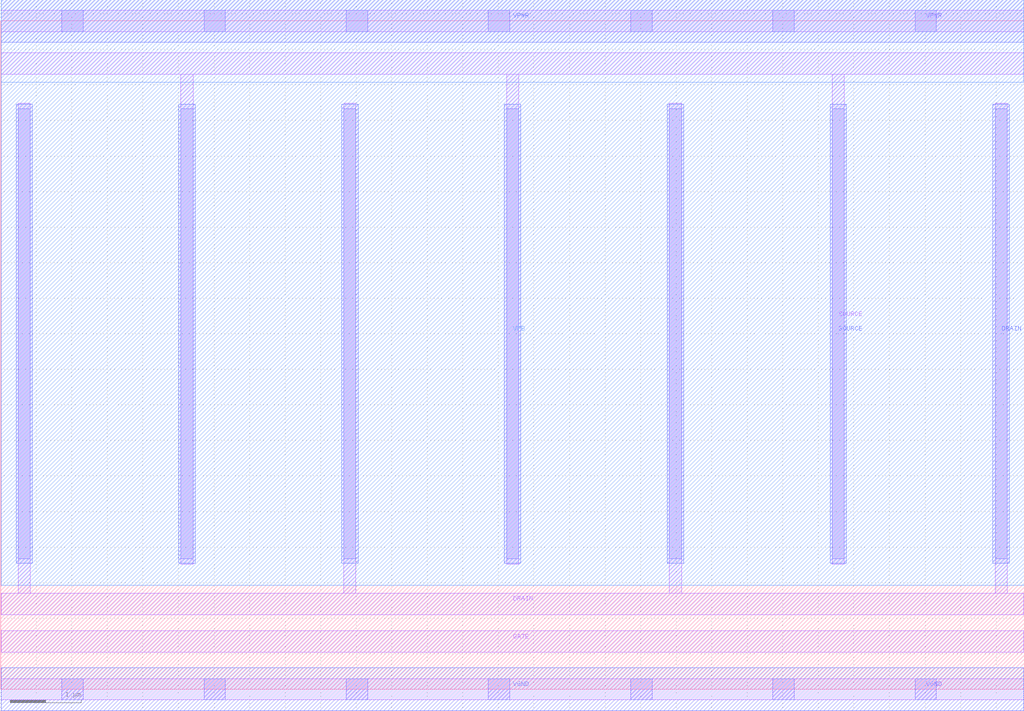
<source format=lef>
VERSION 5.7 ;
  NOWIREEXTENSIONATPIN ON ;
  DIVIDERCHAR "/" ;
  BUSBITCHARS "[]" ;
MACRO sky130_asc_pfet_01v8_lvt_6
  CLASS CORE ;
  FOREIGN sky130_asc_pfet_01v8_lvt_6 ;
  ORIGIN 0.000 0.000 ;
  SIZE 14.395 BY 9.400 ;
  SITE unitasc ;
  PIN GATE
    DIRECTION INOUT ;
    USE SIGNAL ;
    ANTENNAGATEAREA 77.400002 ;
    PORT
      LAYER li1 ;
        RECT 0.010 0.520 14.390 0.820 ;
    END
  END GATE
  PIN SOURCE
    DIRECTION INOUT ;
    USE SIGNAL ;
    ANTENNADIFFAREA 5.611500 ;
    PORT
      LAYER li1 ;
        RECT 0.010 8.650 14.390 8.950 ;
        RECT 2.535 1.755 2.705 8.650 ;
        RECT 7.115 1.755 7.285 8.650 ;
        RECT 11.695 1.755 11.865 8.650 ;
      LAYER mcon ;
        RECT 2.535 1.835 2.705 8.165 ;
        RECT 7.115 1.835 7.285 8.165 ;
        RECT 11.695 1.835 11.865 8.165 ;
      LAYER met1 ;
        RECT 2.505 1.775 2.735 8.225 ;
        RECT 7.085 1.775 7.315 8.225 ;
        RECT 11.665 1.775 11.895 8.225 ;
    END
  END SOURCE
  PIN DRAIN
    DIRECTION INOUT ;
    USE SIGNAL ;
    ANTENNADIFFAREA 7.482000 ;
    PORT
      LAYER li1 ;
        RECT 0.245 1.350 0.415 8.245 ;
        RECT 4.825 1.350 4.995 8.245 ;
        RECT 9.405 1.350 9.575 8.245 ;
        RECT 13.985 1.350 14.155 8.245 ;
        RECT 0.010 1.050 14.390 1.350 ;
      LAYER mcon ;
        RECT 0.245 1.835 0.415 8.165 ;
        RECT 4.825 1.835 4.995 8.165 ;
        RECT 9.405 1.835 9.575 8.165 ;
        RECT 13.985 1.835 14.155 8.165 ;
      LAYER met1 ;
        RECT 0.215 1.775 0.445 8.225 ;
        RECT 4.795 1.775 5.025 8.225 ;
        RECT 9.375 1.775 9.605 8.225 ;
        RECT 13.955 1.775 14.185 8.225 ;
    END
  END DRAIN
  PIN VPB
    DIRECTION INOUT ;
    USE POWER ;
    PORT
      LAYER nwell ;
        RECT 0.010 8.535 14.390 9.700 ;
        RECT 0.005 1.465 14.395 8.535 ;
    END
  END VPB
  PIN VPWR
    DIRECTION INOUT ;
    USE POWER ;
    PORT
      LAYER li1 ;
        RECT 0.010 9.250 14.390 9.550 ;
      LAYER mcon ;
        RECT 0.860 9.250 1.160 9.550 ;
        RECT 2.860 9.250 3.160 9.550 ;
        RECT 4.860 9.250 5.160 9.550 ;
        RECT 6.860 9.250 7.160 9.550 ;
        RECT 8.860 9.250 9.160 9.550 ;
        RECT 10.860 9.250 11.160 9.550 ;
        RECT 12.860 9.250 13.160 9.550 ;
      LAYER met1 ;
        RECT 0.010 9.100 14.390 9.700 ;
    END
  END VPWR
  PIN VGND
    DIRECTION INOUT ;
    USE GROUND ;
    PORT
      LAYER li1 ;
        RECT 0.010 -0.150 14.390 0.150 ;
      LAYER mcon ;
        RECT 0.860 -0.150 1.160 0.150 ;
        RECT 2.860 -0.150 3.160 0.150 ;
        RECT 4.860 -0.150 5.160 0.150 ;
        RECT 6.860 -0.150 7.160 0.150 ;
        RECT 8.860 -0.150 9.160 0.150 ;
        RECT 10.860 -0.150 11.160 0.150 ;
        RECT 12.860 -0.150 13.160 0.150 ;
      LAYER met1 ;
        RECT 0.010 -0.300 14.390 0.300 ;
    END
  END VGND
END sky130_asc_pfet_01v8_lvt_6
END LIBRARY


</source>
